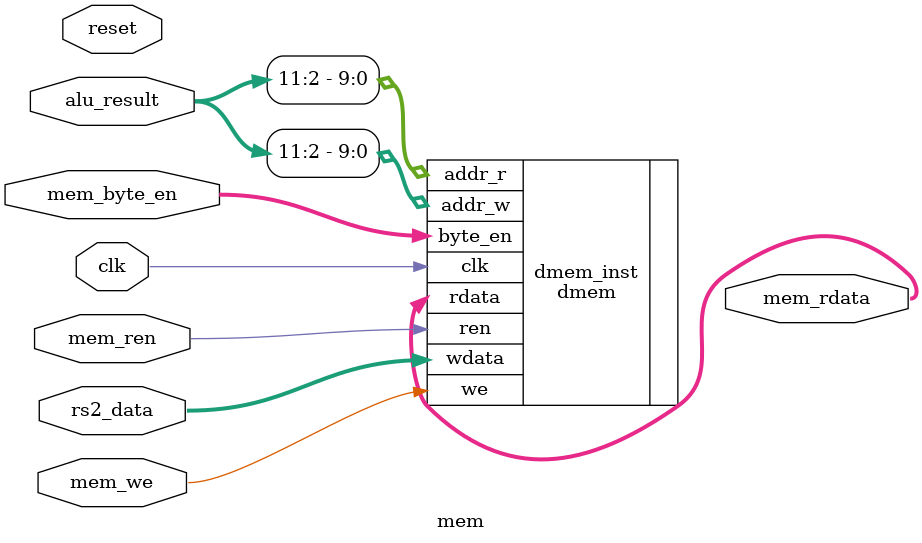
<source format=sv>
module mem (
    input  logic         clk,
    input  logic         reset,

    // From EX/MEM pipeline register
    input  logic [31:0]  alu_result,
    input  logic [31:0]  rs2_data,
    input  logic         mem_we,        // store?
    input  logic         mem_ren,       // load?
    input  logic [3:0]   mem_byte_en,   // byte enables

    // To MEM/WB pipeline register
    output logic [31:0]  mem_rdata
);

    // Address narrowing (word-aligned)
    localparam ADDR_WIDTH = 10; // or whatever fits IMEM size

    dmem dmem_inst (
        .clk      (clk),
        .we       (mem_we),
        .byte_en  (mem_byte_en),
        .addr_w   (alu_result[ADDR_WIDTH+1:2]),
        .wdata    (rs2_data),

        .addr_r   (alu_result[ADDR_WIDTH+1:2]),
        .ren      (mem_ren),
        .rdata    (mem_rdata)
    );

endmodule

</source>
